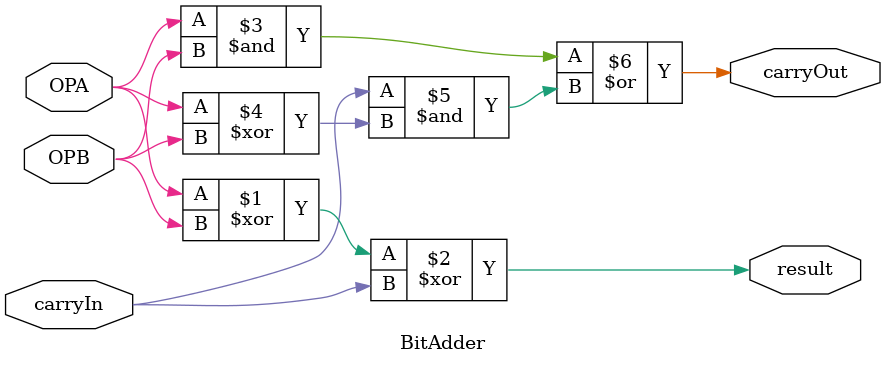
<source format=sv>

module BitAdder (input logic OPA,OPB, carryIn, output logic result,carryOut);

	assign result = (OPA ^ OPB)^carryIn;
	assign carryOut = (OPA&OPB) | (carryIn & (OPA ^ OPB));

endmodule
</source>
